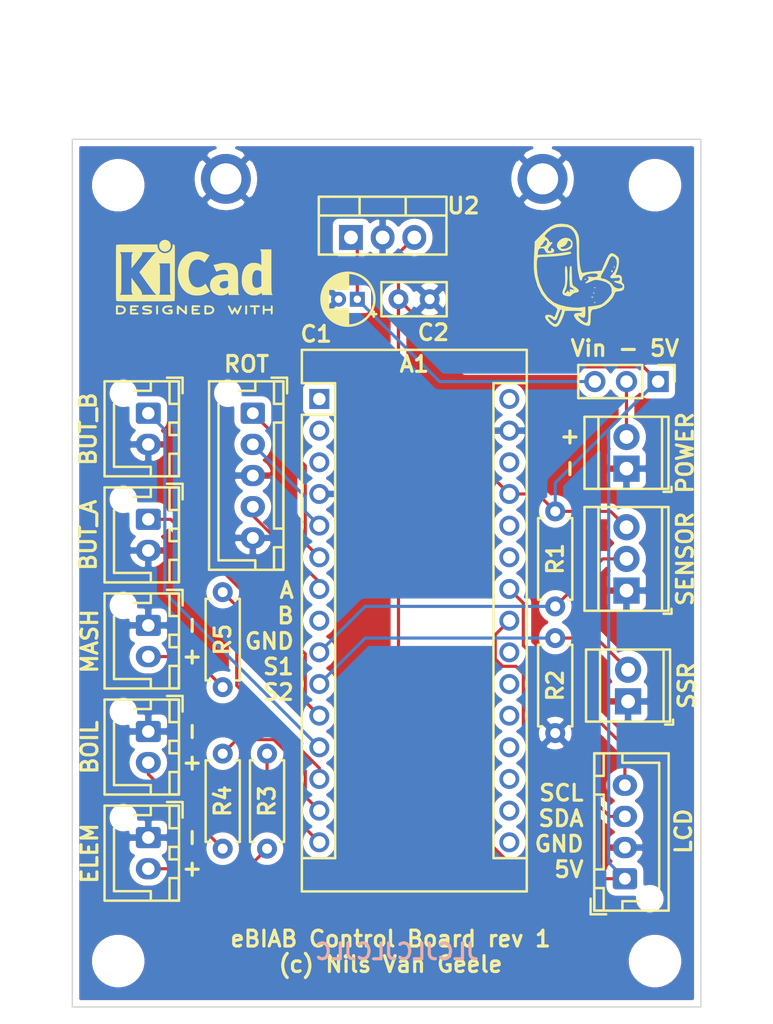
<source format=kicad_pcb>
(kicad_pcb (version 20171130) (host pcbnew "(5.1.6-0-10_14)")
  (layers (0 F.Cu signal) (31 B.Cu signal) (34 B.Paste user) (35 F.Paste user) (36 B.SilkS user) (37 F.SilkS user) (38 B.Mask user) (39 F.Mask user) (44 Edge.Cuts user))
  (net 0 "")
  (net 1 "Net-(A1-Pad16)")
  (net 2 "Net-(A1-Pad15)")
  (net 3 "Net-(A1-Pad14)")
  (net 4 "Net-(A1-Pad13)")
  (net 5 "Net-(A1-Pad28)")
  (net 6 "Net-(A1-Pad12)")
  (net 7 "Net-(A1-Pad11)")
  (net 8 "Net-(A1-Pad26)")
  (net 9 "Net-(A1-Pad10)")
  (net 10 "Net-(A1-Pad25)")
  (net 11 "Net-(A1-Pad9)")
  (net 12 "Net-(A1-Pad24)")
  (net 13 "Net-(A1-Pad8)")
  (net 14 "Net-(A1-Pad23)")
  (net 15 "Net-(A1-Pad7)")
  (net 16 "Net-(A1-Pad22)")
  (net 17 "Net-(A1-Pad6)")
  (net 18 "Net-(A1-Pad21)")
  (net 19 "Net-(A1-Pad5)")
  (net 20 "Net-(A1-Pad20)")
  (net 21 "Net-(A1-Pad19)")
  (net 22 "Net-(A1-Pad3)")
  (net 23 "Net-(A1-Pad18)")
  (net 24 "Net-(A1-Pad2)")
  (net 25 "Net-(A1-Pad17)")
  (net 26 "Net-(A1-Pad1)")
  (net 27 GND)
  (net 28 "Net-(D1-Pad2)")
  (net 29 "Net-(D2-Pad2)")
  (net 30 "Net-(D3-Pad2)")
  (net 31 "Net-(A1-Pad30)")
  (net 32 Vin)
  (net 33 +5V)
  (net 34 "Net-(C1-Pad1)")
  (module Symbol:KiCad-Logo2_5mm_SilkScreen (layer F.Cu) (at 133.096 60.198)
    (fp_text reference REF** hide)
    (fp_text value KiCad-Logo2_5mm_SilkScreen hide)
  )
  (module MountingHole:MountingHole_3.2mm_M3 (layer F.Cu) (at 127 115.062)
    (fp_text reference REF** hide)
    (fp_text value MountingHole_3.2mm_M3)
    (pad 1 np_thru_hole circle (at 0 0) (size 3.2 3.2) (drill 3.2) (layers *.Cu *.Mask))
  )
  (module MountingHole:MountingHole_3.2mm_M3 (layer F.Cu) (at 170.053 115.062)
    (fp_text reference REF** hide)
    (fp_text value MountingHole_3.2mm_M3)
    (pad 1 np_thru_hole circle (at 0 0) (size 3.2 3.2) (drill 3.2) (layers *.Cu *.Mask))
  )
  (module MountingHole:MountingHole_3.2mm_M3 (layer F.Cu) (at 170.053 52.832)
    (fp_text reference REF** hide)
    (fp_text value MountingHole_3.2mm_M3)
    (pad 1 np_thru_hole circle (at 0 0) (size 3.2 3.2) (drill 3.2) (layers *.Cu *.Mask))
  )
  (module MountingHole:MountingHole_3.2mm_M3 (layer F.Cu) (at 127 52.832)
    (fp_text reference REF** hide)
    (fp_text value MountingHole_3.2mm_M3)
    (pad 1 np_thru_hole circle (at 0 0) (size 3.2 3.2) (drill 3.2) (layers *.Cu *.Mask))
  )
  (module ControlBoard:Untitled (layer F.Cu) (at 163.957 60.071)
    (fp_text reference G*** hide)
    (fp_text value LOGO hide)
  )
  (module ControlBoard:Heatsink_Fischer_SK129-STS_42x25mm_2xDrill2.5mm (layer F.Cu) (at 148.336 52.324 180)
    (fp_text reference HS1 hide)
    (fp_text value Heatsink_Pad_2Pin)
    (pad 1 thru_hole circle (at 12.7 0 180) (size 4 4) (drill 2.5) (layers *.Cu *.Mask) (net 27 GND))
    (pad 1 thru_hole circle (at -12.7 0) (size 4 4) (drill 2.5) (layers *.Cu *.Mask) (net 27 GND))
  )
  (module TerminalBlock_TE-Connectivity:TerminalBlock_TE_282834-3_1x03_P2.54mm_Horizontal (layer F.Cu) (at 167.767 85.344 90)
    (fp_text reference U1 hide)
    (fp_text value DS18B20)
    (pad 3 thru_hole circle (at 5.08 0 90) (size 2.1 2.1) (drill 1.1) (layers *.Cu *.Mask) (net 33 +5V))
    (pad 2 thru_hole circle (at 2.54 0 90) (size 2.1 2.1) (drill 1.1) (layers *.Cu *.Mask) (net 11 "Net-(A1-Pad9)"))
    (pad 1 thru_hole rect (at 0 0 90) (size 2.1 2.1) (drill 1.1) (layers *.Cu *.Mask) (net 27 GND))
  )
  (module TerminalBlock_TE-Connectivity:TerminalBlock_TE_282834-2_1x02_P2.54mm_Horizontal (layer F.Cu) (at 167.894 94.234 90)
    (fp_text reference J3 hide)
    (fp_text value SSR)
    (pad 2 thru_hole circle (at 2.54 0 90) (size 2.1 2.1) (drill 1.1) (layers *.Cu *.Mask) (net 9 "Net-(A1-Pad10)"))
    (pad 1 thru_hole rect (at 0 0 90) (size 2.1 2.1) (drill 1.1) (layers *.Cu *.Mask) (net 27 GND))
  )
  (module TerminalBlock_TE-Connectivity:TerminalBlock_TE_282834-2_1x02_P2.54mm_Horizontal (layer F.Cu) (at 167.767 75.565 90)
    (fp_text reference J1 hide)
    (fp_text value Power)
    (pad 2 thru_hole circle (at 2.54 0 90) (size 2.1 2.1) (drill 1.1) (layers *.Cu *.Mask) (net 32 Vin))
    (pad 1 thru_hole rect (at 0 0 90) (size 2.1 2.1) (drill 1.1) (layers *.Cu *.Mask) (net 27 GND))
  )
  (module ControlBoard:JST_XH_B5B-XH-AM_1x05_P2.50mm_Vertical (layer F.Cu) (at 137.795 71.12 270)
    (fp_text reference SW3 hide)
    (fp_text value Rotary_Encoder_Switch)
    (pad A thru_hole roundrect (at 0 0 270) (size 1.7 1.95) (drill 0.95) (layers *.Cu *.Mask) (roundrect_rratio 0.147) (net 17 "Net-(A1-Pad6)"))
    (pad B thru_hole oval (at 2.5 0 270) (size 1.7 1.95) (drill 0.95) (layers *.Cu *.Mask) (net 19 "Net-(A1-Pad5)"))
    (pad C thru_hole oval (at 5 0 270) (size 1.7 1.95) (drill 0.95) (layers *.Cu *.Mask) (net 27 GND))
    (pad S1 thru_hole oval (at 7.5 0 270) (size 1.7 1.95) (drill 0.95) (layers *.Cu *.Mask) (net 15 "Net-(A1-Pad7)"))
    (pad S2 thru_hole oval (at 10 0 270) (size 1.7 1.95) (drill 0.95) (layers *.Cu *.Mask) (net 27 GND))
    (pad "" np_thru_hole circle (at -1.6 2 270) (size 1.2 1.2) (drill 1.2) (layers *.Cu *.Mask))
  )
  (module Connector_JST:JST_XH_B4B-XH-AM_1x04_P2.50mm_Vertical (layer F.Cu) (at 167.64 108.458 90)
    (fp_text reference J2 hide)
    (fp_text value LCD)
    (pad "" np_thru_hole circle (at -1.6 2 90) (size 1.2 1.2) (drill 1.2) (layers *.Cu *.Mask))
    (pad 4 thru_hole oval (at 7.5 0 90) (size 1.7 1.95) (drill 0.95) (layers *.Cu *.Mask) (net 12 "Net-(A1-Pad24)"))
    (pad 3 thru_hole oval (at 5 0 90) (size 1.7 1.95) (drill 0.95) (layers *.Cu *.Mask) (net 14 "Net-(A1-Pad23)"))
    (pad 2 thru_hole oval (at 2.5 0 90) (size 1.7 1.95) (drill 0.95) (layers *.Cu *.Mask) (net 27 GND))
    (pad 1 thru_hole roundrect (at 0 0 90) (size 1.7 1.95) (drill 0.95) (layers *.Cu *.Mask) (roundrect_rratio 0.147059) (net 33 +5V))
  )
  (module Connector_JST:JST_XH_B2B-XH-AM_1x02_P2.50mm_Vertical (layer F.Cu) (at 129.413 71.12 270)
    (fp_text reference SW2 hide)
    (fp_text value BUT_B)
    (pad "" np_thru_hole circle (at -1.6 2 270) (size 1.2 1.2) (drill 1.2) (layers *.Cu *.Mask))
    (pad 2 thru_hole oval (at 2.5 0 270) (size 1.7 2) (drill 1) (layers *.Cu *.Mask) (net 27 GND))
    (pad 1 thru_hole roundrect (at 0 0 270) (size 1.7 2) (drill 1) (layers *.Cu *.Mask) (roundrect_rratio 0.147059) (net 6 "Net-(A1-Pad12)"))
  )
  (module Connector_JST:JST_XH_B2B-XH-AM_1x02_P2.50mm_Vertical (layer F.Cu) (at 129.413 79.629 270)
    (fp_text reference SW1 hide)
    (fp_text value BUT_A)
    (pad "" np_thru_hole circle (at -1.6 2 270) (size 1.2 1.2) (drill 1.2) (layers *.Cu *.Mask))
    (pad 2 thru_hole oval (at 2.5 0 270) (size 1.7 2) (drill 1) (layers *.Cu *.Mask) (net 27 GND))
    (pad 1 thru_hole roundrect (at 0 0 270) (size 1.7 2) (drill 1) (layers *.Cu *.Mask) (roundrect_rratio 0.147059) (net 7 "Net-(A1-Pad11)"))
  )
  (module Connector_JST:JST_XH_B2B-XH-AM_1x02_P2.50mm_Vertical (layer F.Cu) (at 129.413 88.138 270)
    (fp_text reference D3 hide)
    (fp_text value LED)
    (pad "" np_thru_hole circle (at -1.6 2 270) (size 1.2 1.2) (drill 1.2) (layers *.Cu *.Mask))
    (pad 2 thru_hole oval (at 2.5 0 270) (size 1.7 2) (drill 1) (layers *.Cu *.Mask) (net 30 "Net-(D3-Pad2)"))
    (pad 1 thru_hole roundrect (at 0 0 270) (size 1.7 2) (drill 1) (layers *.Cu *.Mask) (roundrect_rratio 0.147059) (net 27 GND))
  )
  (module Connector_JST:JST_XH_B2B-XH-AM_1x02_P2.50mm_Vertical (layer F.Cu) (at 129.413 96.647 270)
    (fp_text reference D2 hide)
    (fp_text value LED)
    (pad "" np_thru_hole circle (at -1.6 2 270) (size 1.2 1.2) (drill 1.2) (layers *.Cu *.Mask))
    (pad 2 thru_hole oval (at 2.5 0 270) (size 1.7 2) (drill 1) (layers *.Cu *.Mask) (net 29 "Net-(D2-Pad2)"))
    (pad 1 thru_hole roundrect (at 0 0 270) (size 1.7 2) (drill 1) (layers *.Cu *.Mask) (roundrect_rratio 0.147059) (net 27 GND))
  )
  (module Connector_JST:JST_XH_B2B-XH-AM_1x02_P2.50mm_Vertical (layer F.Cu) (at 129.413 105.156 270)
    (fp_text reference D1 hide)
    (fp_text value LED)
    (pad "" np_thru_hole circle (at -1.6 2 270) (size 1.2 1.2) (drill 1.2) (layers *.Cu *.Mask))
    (pad 2 thru_hole oval (at 2.5 0 270) (size 1.7 2) (drill 1) (layers *.Cu *.Mask) (net 28 "Net-(D1-Pad2)"))
    (pad 1 thru_hole roundrect (at 0 0 270) (size 1.7 2) (drill 1) (layers *.Cu *.Mask) (roundrect_rratio 0.147059) (net 27 GND))
  )
  (module Connector_PinHeader_2.54mm:PinHeader_1x03_P2.54mm_Vertical (layer F.Cu) (at 170.307 68.58 270)
    (fp_text reference JP2 hide)
    (fp_text value Jumper_NC_Dual)
    (pad 3 thru_hole oval (at 0 5.08 270) (size 1.7 1.7) (drill 1) (layers *.Cu *.Mask) (net 34 "Net-(C1-Pad1)"))
    (pad 2 thru_hole oval (at 0 2.54 270) (size 1.7 1.7) (drill 1) (layers *.Cu *.Mask) (net 32 Vin))
    (pad 1 thru_hole rect (at 0 0 270) (size 1.7 1.7) (drill 1) (layers *.Cu *.Mask) (net 33 +5V))
  )
  (module Capacitor_THT:C_Disc_D5.0mm_W2.5mm_P2.50mm (layer F.Cu) (at 149.479 61.976)
    (fp_text reference C2 (at 2.794 2.667) (layer F.SilkS) (effects (font (size 1.27 1.27) (thickness 0.254))))
    (fp_text value 0.1u)
    (pad 2 thru_hole circle (at 2.5 0) (size 1.6 1.6) (drill 0.8) (layers *.Cu *.Mask) (net 27 GND))
    (pad 1 thru_hole circle (at 0 0) (size 1.6 1.6) (drill 0.8) (layers *.Cu *.Mask) (net 33 +5V))
  )
  (module Capacitor_THT:CP_Radial_D4.0mm_P1.50mm (layer F.Cu) (at 146.177 61.976 180)
    (fp_text reference C1 (at 3.302 -2.794) (layer F.SilkS) (effects (font (size 1.27 1.27) (thickness 0.254))))
    (fp_text value 1u)
    (pad 2 thru_hole circle (at 1.5 0 180) (size 1.2 1.2) (drill 0.6) (layers *.Cu *.Mask) (net 27 GND))
    (pad 1 thru_hole rect (at 0 0 180) (size 1.2 1.2) (drill 0.6) (layers *.Cu *.Mask) (net 34 "Net-(C1-Pad1)"))
  )
  (module Package_TO_SOT_THT:TO-220-3_Vertical (layer F.Cu) (at 145.669 57.023)
    (fp_text reference U2 (at 9.017 -2.54) (layer F.SilkS) (effects (font (size 1.27 1.27) (thickness 0.254))))
    (fp_text value LM7805_TO220)
    (pad 3 thru_hole oval (at 5.08 0) (size 1.905 2) (drill 1.1) (layers *.Cu *.Mask) (net 33 +5V))
    (pad 2 thru_hole oval (at 2.54 0) (size 1.905 2) (drill 1.1) (layers *.Cu *.Mask) (net 27 GND))
    (pad 1 thru_hole rect (at 0 0) (size 1.905 2) (drill 1.1) (layers *.Cu *.Mask) (net 34 "Net-(C1-Pad1)"))
  )
  (module Resistor_THT:R_Axial_DIN0207_L6.3mm_D2.5mm_P7.62mm_Horizontal (layer F.Cu) (at 135.382 93.091 90)
    (fp_text reference R5 (at 3.81 0 90) (layer F.SilkS) (effects (font (size 1.27 1.27) (thickness 0.254))))
    (fp_text value 330)
    (pad 2 thru_hole oval (at 7.62 0 90) (size 1.6 1.6) (drill 0.8) (layers *.Cu *.Mask) (net 4 "Net-(A1-Pad13)"))
    (pad 1 thru_hole circle (at 0 0 90) (size 1.6 1.6) (drill 0.8) (layers *.Cu *.Mask) (net 30 "Net-(D3-Pad2)"))
  )
  (module Resistor_THT:R_Axial_DIN0207_L6.3mm_D2.5mm_P7.62mm_Horizontal (layer F.Cu) (at 135.382 106.045 90)
    (fp_text reference R4 (at 3.81 0 90) (layer F.SilkS) (effects (font (size 1.27 1.27) (thickness 0.254))))
    (fp_text value 330)
    (pad 2 thru_hole oval (at 7.62 0 90) (size 1.6 1.6) (drill 0.8) (layers *.Cu *.Mask) (net 3 "Net-(A1-Pad14)"))
    (pad 1 thru_hole circle (at 0 0 90) (size 1.6 1.6) (drill 0.8) (layers *.Cu *.Mask) (net 29 "Net-(D2-Pad2)"))
  )
  (module Resistor_THT:R_Axial_DIN0207_L6.3mm_D2.5mm_P7.62mm_Horizontal (layer F.Cu) (at 138.938 106.045 90)
    (fp_text reference R3 (at 3.81 0 90) (layer F.SilkS) (effects (font (size 1.27 1.27) (thickness 0.254))))
    (fp_text value 330)
    (pad 2 thru_hole oval (at 7.62 0 90) (size 1.6 1.6) (drill 0.8) (layers *.Cu *.Mask) (net 2 "Net-(A1-Pad15)"))
    (pad 1 thru_hole circle (at 0 0 90) (size 1.6 1.6) (drill 0.8) (layers *.Cu *.Mask) (net 28 "Net-(D1-Pad2)"))
  )
  (module Resistor_THT:R_Axial_DIN0207_L6.3mm_D2.5mm_P7.62mm_Horizontal (layer F.Cu) (at 162.052 96.774 90)
    (fp_text reference R2 (at 3.81 0 90) (layer F.SilkS) (effects (font (size 1.27 1.27) (thickness 0.254))))
    (fp_text value 10k)
    (pad 2 thru_hole oval (at 7.62 0 90) (size 1.6 1.6) (drill 0.8) (layers *.Cu *.Mask) (net 9 "Net-(A1-Pad10)"))
    (pad 1 thru_hole circle (at 0 0 90) (size 1.6 1.6) (drill 0.8) (layers *.Cu *.Mask) (net 27 GND))
  )
  (module Resistor_THT:R_Axial_DIN0207_L6.3mm_D2.5mm_P7.62mm_Horizontal (layer F.Cu) (at 162.052 78.994 270)
    (fp_text reference R1 (at 3.81 0 90) (layer F.SilkS) (effects (font (size 1.27 1.27) (thickness 0.254))))
    (fp_text value 4k7)
    (pad 2 thru_hole oval (at 7.62 0 270) (size 1.6 1.6) (drill 0.8) (layers *.Cu *.Mask) (net 11 "Net-(A1-Pad9)"))
    (pad 1 thru_hole circle (at 0 0 270) (size 1.6 1.6) (drill 0.8) (layers *.Cu *.Mask) (net 33 +5V))
  )
  (module Module:Arduino_Nano (layer F.Cu) (at 143.129 69.977)
    (fp_text reference A1 (at 7.62 -2.794) (layer F.SilkS) (effects (font (size 1.27 1.27) (thickness 0.254))))
    (fp_text value Arduino_Nano_v3.x)
    (pad 16 thru_hole oval (at 15.24 35.56) (size 1.6 1.6) (drill 1) (layers *.Cu *.Mask) (net 1 "Net-(A1-Pad16)"))
    (pad 15 thru_hole oval (at 0 35.56) (size 1.6 1.6) (drill 1) (layers *.Cu *.Mask) (net 2 "Net-(A1-Pad15)"))
    (pad 30 thru_hole oval (at 15.24 0) (size 1.6 1.6) (drill 1) (layers *.Cu *.Mask) (net 31 "Net-(A1-Pad30)"))
    (pad 14 thru_hole oval (at 0 33.02) (size 1.6 1.6) (drill 1) (layers *.Cu *.Mask) (net 3 "Net-(A1-Pad14)"))
    (pad 29 thru_hole oval (at 15.24 2.54) (size 1.6 1.6) (drill 1) (layers *.Cu *.Mask) (net 27 GND))
    (pad 13 thru_hole oval (at 0 30.48) (size 1.6 1.6) (drill 1) (layers *.Cu *.Mask) (net 4 "Net-(A1-Pad13)"))
    (pad 28 thru_hole oval (at 15.24 5.08) (size 1.6 1.6) (drill 1) (layers *.Cu *.Mask) (net 5 "Net-(A1-Pad28)"))
    (pad 12 thru_hole oval (at 0 27.94) (size 1.6 1.6) (drill 1) (layers *.Cu *.Mask) (net 6 "Net-(A1-Pad12)"))
    (pad 27 thru_hole oval (at 15.24 7.62) (size 1.6 1.6) (drill 1) (layers *.Cu *.Mask) (net 33 +5V))
    (pad 11 thru_hole oval (at 0 25.4) (size 1.6 1.6) (drill 1) (layers *.Cu *.Mask) (net 7 "Net-(A1-Pad11)"))
    (pad 26 thru_hole oval (at 15.24 10.16) (size 1.6 1.6) (drill 1) (layers *.Cu *.Mask) (net 8 "Net-(A1-Pad26)"))
    (pad 10 thru_hole oval (at 0 22.86) (size 1.6 1.6) (drill 1) (layers *.Cu *.Mask) (net 9 "Net-(A1-Pad10)"))
    (pad 25 thru_hole oval (at 15.24 12.7) (size 1.6 1.6) (drill 1) (layers *.Cu *.Mask) (net 10 "Net-(A1-Pad25)"))
    (pad 9 thru_hole oval (at 0 20.32) (size 1.6 1.6) (drill 1) (layers *.Cu *.Mask) (net 11 "Net-(A1-Pad9)"))
    (pad 24 thru_hole oval (at 15.24 15.24) (size 1.6 1.6) (drill 1) (layers *.Cu *.Mask) (net 12 "Net-(A1-Pad24)"))
    (pad 8 thru_hole oval (at 0 17.78) (size 1.6 1.6) (drill 1) (layers *.Cu *.Mask) (net 13 "Net-(A1-Pad8)"))
    (pad 23 thru_hole oval (at 15.24 17.78) (size 1.6 1.6) (drill 1) (layers *.Cu *.Mask) (net 14 "Net-(A1-Pad23)"))
    (pad 7 thru_hole oval (at 0 15.24) (size 1.6 1.6) (drill 1) (layers *.Cu *.Mask) (net 15 "Net-(A1-Pad7)"))
    (pad 22 thru_hole oval (at 15.24 20.32) (size 1.6 1.6) (drill 1) (layers *.Cu *.Mask) (net 16 "Net-(A1-Pad22)"))
    (pad 6 thru_hole oval (at 0 12.7) (size 1.6 1.6) (drill 1) (layers *.Cu *.Mask) (net 17 "Net-(A1-Pad6)"))
    (pad 21 thru_hole oval (at 15.24 22.86) (size 1.6 1.6) (drill 1) (layers *.Cu *.Mask) (net 18 "Net-(A1-Pad21)"))
    (pad 5 thru_hole oval (at 0 10.16) (size 1.6 1.6) (drill 1) (layers *.Cu *.Mask) (net 19 "Net-(A1-Pad5)"))
    (pad 20 thru_hole oval (at 15.24 25.4) (size 1.6 1.6) (drill 1) (layers *.Cu *.Mask) (net 20 "Net-(A1-Pad20)"))
    (pad 4 thru_hole oval (at 0 7.62) (size 1.6 1.6) (drill 1) (layers *.Cu *.Mask) (net 27 GND))
    (pad 19 thru_hole oval (at 15.24 27.94) (size 1.6 1.6) (drill 1) (layers *.Cu *.Mask) (net 21 "Net-(A1-Pad19)"))
    (pad 3 thru_hole oval (at 0 5.08) (size 1.6 1.6) (drill 1) (layers *.Cu *.Mask) (net 22 "Net-(A1-Pad3)"))
    (pad 18 thru_hole oval (at 15.24 30.48) (size 1.6 1.6) (drill 1) (layers *.Cu *.Mask) (net 23 "Net-(A1-Pad18)"))
    (pad 2 thru_hole oval (at 0 2.54) (size 1.6 1.6) (drill 1) (layers *.Cu *.Mask) (net 24 "Net-(A1-Pad2)"))
    (pad 17 thru_hole oval (at 15.24 33.02) (size 1.6 1.6) (drill 1) (layers *.Cu *.Mask) (net 25 "Net-(A1-Pad17)"))
    (pad 1 thru_hole rect (at 0 0) (size 1.6 1.6) (drill 1) (layers *.Cu *.Mask) (net 26 "Net-(A1-Pad1)"))
  )
  (gr_text "eBIAB Control Board rev 1\n(c) Nils Van Geele" (at 148.844 114.3) (layer F.SilkS) (effects (font (size 1.27 1.27) (thickness 0.254))))
  (gr_text JLCJLCJLCJLC (at 149.352 114.3) (layer B.SilkS) (effects (font (size 1.27 1.27) (thickness 0.254)) (justify mirror)))
  (gr_line (start 173.736 49.149) (end 173.736 118.745) (layer Edge.Cuts) (width 0.1))
  (gr_line (start 123.317 49.149) (end 173.736 49.149) (layer Edge.Cuts) (width 0.1))
  (gr_line (start 123.317 118.745) (end 123.317 49.149) (layer Edge.Cuts) (width 0.1))
  (gr_line (start 173.736 118.745) (end 123.317 118.745) (layer Edge.Cuts) (width 0.1))
  (gr_text "SCL\nSDA\nGND\n5V" (at 164.465 104.648) (layer F.SilkS) (effects (font (size 1.27 1.27) (thickness 0.254)) (justify right)))
  (gr_text "POWER\n" (at 172.466 74.295 90) (layer F.SilkS) (effects (font (size 1.27 1.27) (thickness 0.254))))
  (gr_text "SENSOR\n" (at 172.466 82.804 90) (layer F.SilkS) (effects (font (size 1.27 1.27) (thickness 0.254))))
  (gr_text "LCD\n" (at 172.339 104.648 90) (layer F.SilkS) (effects (font (size 1.27 1.27) (thickness 0.254))))
  (gr_text SSR (at 172.593 92.964 90) (layer F.SilkS) (effects (font (size 1.27 1.27) (thickness 0.254))))
  (gr_text "Vin - 5V" (at 167.64 65.913) (layer F.SilkS) (effects (font (size 1.27 1.27) (thickness 0.254))))
  (gr_text + (at 163.322 73.025 270) (layer F.SilkS) (effects (font (size 1.27 1.27) (thickness 0.254))))
  (gr_text - (at 163.322 75.565 270) (layer F.SilkS) (effects (font (size 1.27 1.27) (thickness 0.254))))
  (gr_text + (at 132.842 107.696 90) (layer F.SilkS) (effects (font (size 1.27 1.27) (thickness 0.254))))
  (gr_text - (at 132.842 105.156 90) (layer F.SilkS) (effects (font (size 1.27 1.27) (thickness 0.254))))
  (gr_text + (at 132.842 99.187 90) (layer F.SilkS) (effects (font (size 1.27 1.27) (thickness 0.254))))
  (gr_text - (at 132.842 96.647 90) (layer F.SilkS) (effects (font (size 1.27 1.27) (thickness 0.254))))
  (gr_text + (at 132.842 90.678 90) (layer F.SilkS) (effects (font (size 1.27 1.27) (thickness 0.254))))
  (gr_text - (at 132.842 88.138 90) (layer F.SilkS) (effects (font (size 1.27 1.27) (thickness 0.254))))
  (gr_text ELEM (at 124.714 106.426 90) (layer F.SilkS) (effects (font (size 1.27 1.27) (thickness 0.254))))
  (gr_text MASH (at 124.714 89.408 90) (layer F.SilkS) (effects (font (size 1.27 1.27) (thickness 0.254))))
  (gr_text BOIL (at 124.714 97.917 90) (layer F.SilkS) (effects (font (size 1.27 1.27) (thickness 0.254))))
  (gr_text ROT (at 137.287 67.183) (layer F.SilkS) (effects (font (size 1.27 1.27) (thickness 0.254))))
  (gr_text "A\nB\nGND\nS1\nS2" (at 141.224 89.408) (layer F.SilkS) (effects (font (size 1.27 1.27) (thickness 0.254)) (justify right)))
  (gr_text BUT_B (at 124.587 72.39 90) (layer F.SilkS) (effects (font (size 1.27 1.27) (thickness 0.254))))
  (gr_text BUT_A (at 124.587 80.899 90) (layer F.SilkS) (effects (font (size 1.27 1.27) (thickness 0.254))))
  (segment (start 138.938 101.346) (end 138.938 98.425) (width 0.25) (layer F.Cu) (net 2))
  (segment (start 143.129 105.537) (end 138.938 101.346) (width 0.25) (layer F.Cu) (net 2))
  (segment (start 136.507001 97.299999) (end 135.382 98.425) (width 0.25) (layer F.Cu) (net 3))
  (segment (start 139.478001 97.299999) (end 136.507001 97.299999) (width 0.25) (layer F.Cu) (net 3))
  (segment (start 142.003999 101.871999) (end 142.003999 99.825997) (width 0.25) (layer F.Cu) (net 3))
  (segment (start 142.003999 99.825997) (end 139.478001 97.299999) (width 0.25) (layer F.Cu) (net 3))
  (segment (start 143.129 102.997) (end 142.003999 101.871999) (width 0.25) (layer F.Cu) (net 3))
  (segment (start 136.507001 86.596001) (end 135.382 85.471) (width 0.25) (layer F.Cu) (net 4))
  (segment (start 136.507001 92.960003) (end 136.507001 86.596001) (width 0.25) (layer F.Cu) (net 4))
  (segment (start 143.129 99.582002) (end 136.507001 92.960003) (width 0.25) (layer F.Cu) (net 4))
  (segment (start 143.129 100.457) (end 143.129 99.582002) (width 0.25) (layer F.Cu) (net 4))
  (segment (start 130.73801 72.44501) (end 129.413 71.12) (width 0.25) (layer B.Cu) (net 6))
  (segment (start 130.73801 85.52601) (end 130.73801 72.44501) (width 0.25) (layer B.Cu) (net 6))
  (segment (start 143.129 97.917) (end 130.73801 85.52601) (width 0.25) (layer B.Cu) (net 6))
  (segment (start 131.205002 79.629) (end 129.413 79.629) (width 0.25) (layer F.Cu) (net 7))
  (segment (start 142.003999 90.427997) (end 131.205002 79.629) (width 0.25) (layer F.Cu) (net 7))
  (segment (start 142.003999 94.251999) (end 142.003999 90.427997) (width 0.25) (layer F.Cu) (net 7))
  (segment (start 143.129 95.377) (end 142.003999 94.251999) (width 0.25) (layer F.Cu) (net 7))
  (segment (start 146.812 89.154) (end 143.129 92.837) (width 0.25) (layer B.Cu) (net 9))
  (segment (start 162.052 89.154) (end 146.812 89.154) (width 0.25) (layer B.Cu) (net 9))
  (segment (start 165.354 89.154) (end 167.894 91.694) (width 0.25) (layer F.Cu) (net 9))
  (segment (start 162.052 89.154) (end 165.354 89.154) (width 0.25) (layer F.Cu) (net 9))
  (segment (start 165.862 82.804) (end 167.767 82.804) (width 0.25) (layer F.Cu) (net 11))
  (segment (start 162.052 86.614) (end 165.862 82.804) (width 0.25) (layer F.Cu) (net 11))
  (segment (start 146.812 86.614) (end 143.129 90.297) (width 0.25) (layer B.Cu) (net 11))
  (segment (start 162.052 86.614) (end 146.812 86.614) (width 0.25) (layer B.Cu) (net 11))
  (segment (start 159.494001 89.756999) (end 159.494001 86.342001) (width 0.25) (layer F.Cu) (net 12))
  (segment (start 159.494001 86.342001) (end 158.369 85.217) (width 0.25) (layer F.Cu) (net 12))
  (segment (start 167.64 97.902998) (end 159.494001 89.756999) (width 0.25) (layer F.Cu) (net 12))
  (segment (start 167.64 100.958) (end 167.64 97.902998) (width 0.25) (layer F.Cu) (net 12))
  (segment (start 157.243999 88.882001) (end 158.369 87.757) (width 0.25) (layer F.Cu) (net 14))
  (segment (start 157.243999 90.837001) (end 157.243999 88.882001) (width 0.25) (layer F.Cu) (net 14))
  (segment (start 158.909001 91.422001) (end 157.828999 91.422001) (width 0.25) (layer F.Cu) (net 14))
  (segment (start 157.828999 91.422001) (end 157.243999 90.837001) (width 0.25) (layer F.Cu) (net 14))
  (segment (start 159.494001 92.007001) (end 158.909001 91.422001) (width 0.25) (layer F.Cu) (net 14))
  (segment (start 159.494001 96.537001) (end 159.494001 92.007001) (width 0.25) (layer F.Cu) (net 14))
  (segment (start 166.415 103.458) (end 159.494001 96.537001) (width 0.25) (layer F.Cu) (net 14))
  (segment (start 167.64 103.458) (end 166.415 103.458) (width 0.25) (layer F.Cu) (net 14))
  (segment (start 137.795 79.333285) (end 137.795 78.62) (width 0.25) (layer F.Cu) (net 15))
  (segment (start 143.129 84.667285) (end 137.795 79.333285) (width 0.25) (layer F.Cu) (net 15))
  (segment (start 143.129 85.217) (end 143.129 84.667285) (width 0.25) (layer F.Cu) (net 15))
  (segment (start 142.003999 75.328999) (end 137.795 71.12) (width 0.25) (layer F.Cu) (net 17))
  (segment (start 142.003999 81.551999) (end 142.003999 75.328999) (width 0.25) (layer F.Cu) (net 17))
  (segment (start 143.129 82.677) (end 142.003999 81.551999) (width 0.25) (layer F.Cu) (net 17))
  (segment (start 142.003999 77.828999) (end 137.795 73.62) (width 0.25) (layer B.Cu) (net 19))
  (segment (start 142.003999 79.011999) (end 142.003999 77.828999) (width 0.25) (layer B.Cu) (net 19))
  (segment (start 143.129 80.137) (end 142.003999 79.011999) (width 0.25) (layer B.Cu) (net 19))
  (segment (start 137.327 107.656) (end 138.938 106.045) (width 0.25) (layer F.Cu) (net 28))
  (segment (start 129.413 107.656) (end 137.327 107.656) (width 0.25) (layer F.Cu) (net 28))
  (segment (start 129.413 100.076) (end 129.413 99.147) (width 0.25) (layer F.Cu) (net 29))
  (segment (start 135.382 106.045) (end 129.413 100.076) (width 0.25) (layer F.Cu) (net 29))
  (segment (start 132.929 90.638) (end 135.382 93.091) (width 0.25) (layer F.Cu) (net 30))
  (segment (start 129.413 90.638) (end 132.929 90.638) (width 0.25) (layer F.Cu) (net 30))
  (segment (start 167.767 73.025) (end 167.767 68.58) (width 0.25) (layer F.Cu) (net 32))
  (segment (start 160.655 77.597) (end 162.052 78.994) (width 0.25) (layer F.Cu) (net 33))
  (segment (start 158.369 77.597) (end 160.655 77.597) (width 0.25) (layer F.Cu) (net 33))
  (segment (start 166.497 78.994) (end 167.767 80.264) (width 0.25) (layer F.Cu) (net 33))
  (segment (start 162.052 78.994) (end 166.497 78.994) (width 0.25) (layer F.Cu) (net 33))
  (segment (start 154.907999 67.404999) (end 149.479 61.976) (width 0.25) (layer F.Cu) (net 33))
  (segment (start 170.307 68.58) (end 169.131999 67.404999) (width 0.25) (layer F.Cu) (net 33))
  (segment (start 149.479 68.707) (end 158.369 77.597) (width 0.25) (layer F.Cu) (net 33))
  (segment (start 149.479 61.976) (end 149.479 68.707) (width 0.25) (layer F.Cu) (net 33))
  (segment (start 149.479 98.312002) (end 149.479 61.976) (width 0.25) (layer F.Cu) (net 33))
  (segment (start 159.624998 108.458) (end 149.479 98.312002) (width 0.25) (layer F.Cu) (net 33))
  (segment (start 167.64 108.458) (end 159.624998 108.458) (width 0.25) (layer F.Cu) (net 33))
  (segment (start 149.479 58.293) (end 150.749 57.023) (width 0.25) (layer F.Cu) (net 33))
  (segment (start 149.479 61.976) (end 149.479 58.293) (width 0.25) (layer F.Cu) (net 33))
  (segment (start 169.131999 67.404999) (end 154.907999 67.404999) (width 0.25) (layer F.Cu) (net 33))
  (segment (start 162.052 76.704998) (end 170.176998 68.58) (width 0.25) (layer B.Cu) (net 33))
  (segment (start 162.052 78.994) (end 162.052 76.704998) (width 0.25) (layer B.Cu) (net 33))
  (segment (start 166.33999 72.417008) (end 170.176998 68.58) (width 0.25) (layer B.Cu) (net 33))
  (segment (start 170.176998 68.58) (end 170.307 68.58) (width 0.25) (layer B.Cu) (net 33))
  (segment (start 166.33999 107.15799) (end 166.33999 72.417008) (width 0.25) (layer B.Cu) (net 33))
  (segment (start 167.64 108.458) (end 166.33999 107.15799) (width 0.25) (layer B.Cu) (net 33))
  (segment (start 152.781 68.58) (end 146.177 61.976) (width 0.25) (layer B.Cu) (net 34))
  (segment (start 165.227 68.58) (end 152.781 68.58) (width 0.25) (layer B.Cu) (net 34))
  (segment (start 146.177 57.531) (end 145.669 57.023) (width 0.25) (layer F.Cu) (net 34))
  (segment (start 146.177 61.976) (end 146.177 57.531) (width 0.25) (layer F.Cu) (net 34))
  (zone (net 27) (net_name GND) (layer B.Cu) (connect_pads (clearance 0.508)) (min_thickness 0.254) (fill yes (arc_segments 32) (thermal_gap 0.508) (thermal_bridge_width 0.508))
    (polygon (pts (xy 174.879 120.142) (xy 122.047 120.142) (xy 122.301 47.879) (xy 174.752 47.752)))
  )
  (zone (net 27) (net_name GND) (layer F.Cu) (connect_pads (clearance 0.508)) (min_thickness 0.254) (fill yes (arc_segments 32) (thermal_gap 0.508) (thermal_bridge_width 0.508))
    (polygon (pts (xy 174.5615 120.015) (xy 121.92 120.142) (xy 122.301 48.006) (xy 174.752 47.752)))
  )
)
</source>
